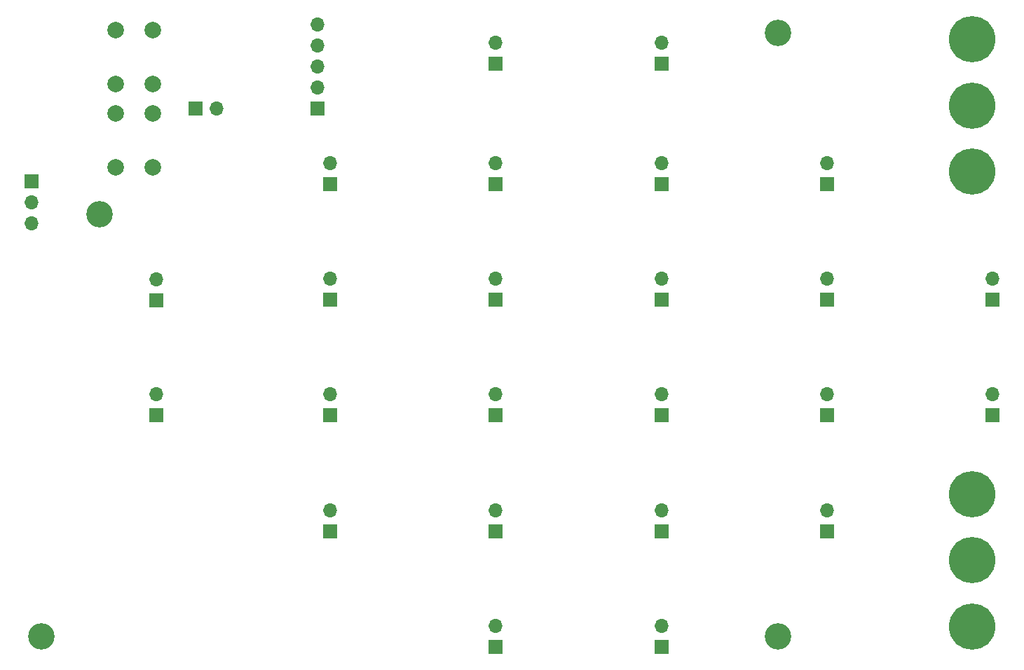
<source format=gbr>
%TF.GenerationSoftware,KiCad,Pcbnew,5.1.10-88a1d61d58~90~ubuntu20.04.1*%
%TF.CreationDate,2021-12-30T14:19:47+01:00*%
%TF.ProjectId,MTSM340UV2-F5120S-current-driver,4d54534d-3334-4305-9556-322d46353132,rev?*%
%TF.SameCoordinates,Original*%
%TF.FileFunction,Soldermask,Bot*%
%TF.FilePolarity,Negative*%
%FSLAX46Y46*%
G04 Gerber Fmt 4.6, Leading zero omitted, Abs format (unit mm)*
G04 Created by KiCad (PCBNEW 5.1.10-88a1d61d58~90~ubuntu20.04.1) date 2021-12-30 14:19:47*
%MOMM*%
%LPD*%
G01*
G04 APERTURE LIST*
%ADD10R,1.700000X1.700000*%
%ADD11O,1.700000X1.700000*%
%ADD12C,2.000000*%
%ADD13C,5.600000*%
%ADD14C,3.600000*%
%ADD15C,3.200000*%
G04 APERTURE END LIST*
D10*
%TO.C,J1*%
X66000000Y-115540000D03*
D11*
X66000000Y-113000000D03*
%TD*%
%TO.C,J2*%
X66000000Y-126960000D03*
D10*
X66000000Y-129500000D03*
%TD*%
%TO.C,J3*%
X87000000Y-101500000D03*
D11*
X87000000Y-98960000D03*
%TD*%
%TO.C,J4*%
X87000000Y-112960000D03*
D10*
X87000000Y-115500000D03*
%TD*%
%TO.C,J5*%
X87000000Y-129500000D03*
D11*
X87000000Y-126960000D03*
%TD*%
%TO.C,J6*%
X87000000Y-140960000D03*
D10*
X87000000Y-143500000D03*
%TD*%
%TO.C,J7*%
X107000000Y-87000000D03*
D11*
X107000000Y-84460000D03*
%TD*%
%TO.C,J8*%
X107000000Y-98960000D03*
D10*
X107000000Y-101500000D03*
%TD*%
D11*
%TO.C,J9*%
X73240000Y-92400000D03*
D10*
X70700000Y-92400000D03*
%TD*%
%TO.C,J10*%
X107000000Y-115500000D03*
D11*
X107000000Y-112960000D03*
%TD*%
%TO.C,J11*%
X107000000Y-126960000D03*
D10*
X107000000Y-129500000D03*
%TD*%
%TO.C,J12*%
X107000000Y-143500000D03*
D11*
X107000000Y-140960000D03*
%TD*%
%TO.C,J13*%
X107000000Y-154960000D03*
D10*
X107000000Y-157500000D03*
%TD*%
%TO.C,J14*%
X127000000Y-87000000D03*
D11*
X127000000Y-84460000D03*
%TD*%
D10*
%TO.C,J15*%
X127000000Y-101500000D03*
D11*
X127000000Y-98960000D03*
%TD*%
D10*
%TO.C,J16*%
X127000000Y-115500000D03*
D11*
X127000000Y-112960000D03*
%TD*%
%TO.C,J17*%
X127000000Y-126960000D03*
D10*
X127000000Y-129500000D03*
%TD*%
%TO.C,J18*%
X127000000Y-143500000D03*
D11*
X127000000Y-140960000D03*
%TD*%
%TO.C,J19*%
X127000000Y-154960000D03*
D10*
X127000000Y-157500000D03*
%TD*%
%TO.C,J20*%
X147000000Y-101500000D03*
D11*
X147000000Y-98960000D03*
%TD*%
%TO.C,J21*%
X147000000Y-112960000D03*
D10*
X147000000Y-115500000D03*
%TD*%
%TO.C,J22*%
X147000000Y-129500000D03*
D11*
X147000000Y-126960000D03*
%TD*%
%TO.C,J23*%
X147000000Y-140960000D03*
D10*
X147000000Y-143500000D03*
%TD*%
%TO.C,J24*%
X167000000Y-115500000D03*
D11*
X167000000Y-112960000D03*
%TD*%
%TO.C,J25*%
X167000000Y-126960000D03*
D10*
X167000000Y-129500000D03*
%TD*%
D12*
%TO.C,SW1*%
X65600000Y-89400000D03*
X61100000Y-89400000D03*
X65600000Y-82900000D03*
X61100000Y-82900000D03*
%TD*%
%TO.C,SW2*%
X61100000Y-93000000D03*
X65600000Y-93000000D03*
X61100000Y-99500000D03*
X65600000Y-99500000D03*
%TD*%
D13*
%TO.C,H1*%
X164500000Y-147000000D03*
D14*
X164500000Y-147000000D03*
%TD*%
%TO.C,H2*%
X164500000Y-139000000D03*
D13*
X164500000Y-139000000D03*
%TD*%
D14*
%TO.C,H3*%
X164500000Y-155000000D03*
D13*
X164500000Y-155000000D03*
%TD*%
%TO.C,H4*%
X164500000Y-84000000D03*
D14*
X164500000Y-84000000D03*
%TD*%
%TO.C,H5*%
X164500000Y-100000000D03*
D13*
X164500000Y-100000000D03*
%TD*%
%TO.C,H6*%
X164500000Y-92000000D03*
D14*
X164500000Y-92000000D03*
%TD*%
D10*
%TO.C,J27*%
X85500000Y-92400000D03*
D11*
X85500000Y-89860000D03*
X85500000Y-87320000D03*
X85500000Y-84780000D03*
X85500000Y-82240000D03*
%TD*%
D10*
%TO.C,J28*%
X50900000Y-101200000D03*
D11*
X50900000Y-103740000D03*
X50900000Y-106280000D03*
%TD*%
D15*
%TO.C,H7*%
X52100000Y-156200000D03*
%TD*%
%TO.C,H8*%
X59100000Y-105200000D03*
%TD*%
%TO.C,H9*%
X141100000Y-83200000D03*
%TD*%
%TO.C,H10*%
X141100000Y-156200000D03*
%TD*%
M02*

</source>
